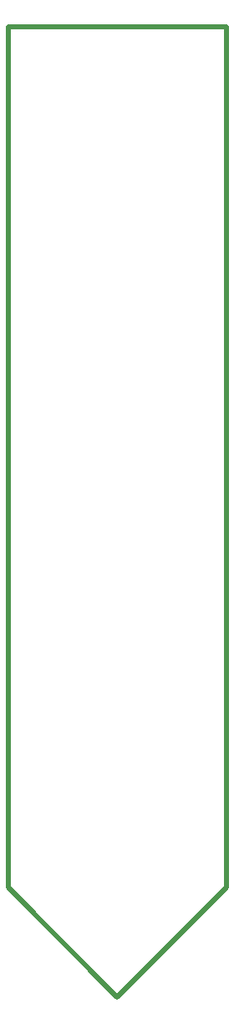
<source format=gbr>
G04 #@! TF.GenerationSoftware,KiCad,Pcbnew,(5.1.5)-3*
G04 #@! TF.CreationDate,2021-01-13T22:22:19-08:00*
G04 #@! TF.ProjectId,MoistureSensor,4d6f6973-7475-4726-9553-656e736f722e,rev?*
G04 #@! TF.SameCoordinates,Original*
G04 #@! TF.FileFunction,Profile,NP*
%FSLAX46Y46*%
G04 Gerber Fmt 4.6, Leading zero omitted, Abs format (unit mm)*
G04 Created by KiCad (PCBNEW (5.1.5)-3) date 2021-01-13 22:22:19*
%MOMM*%
%LPD*%
G04 APERTURE LIST*
%ADD10C,0.500000*%
G04 APERTURE END LIST*
D10*
X129540000Y-54991000D02*
X151638000Y-54991000D01*
X151638000Y-141986000D02*
X151638000Y-54991000D01*
X129540000Y-141986000D02*
X129540000Y-54991000D01*
X151638000Y-141986000D02*
X140589000Y-153035000D01*
X129540000Y-141986000D02*
X140589000Y-153035000D01*
M02*

</source>
